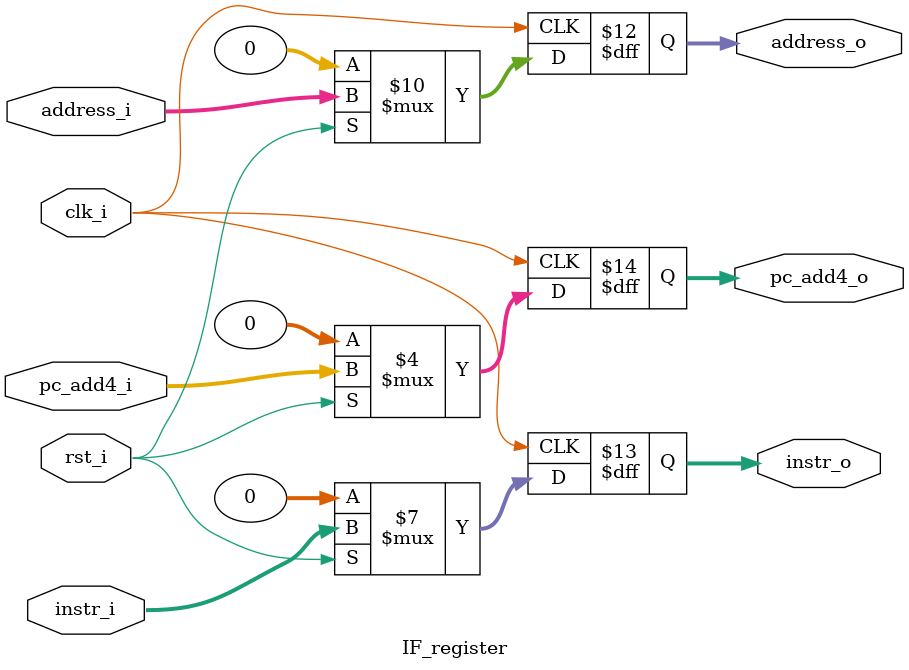
<source format=v>
/***************************************************
Student Name: Lin Jun-Xian, Liu Yu-Ren
Student ID: 0711540, 0712511
***************************************************/
module IF_register (clk_i, rst_i,address_i, instr_i,pc_add4_i, address_o, instr_o,pc_add4_o);

	input clk_i ;
	input rst_i;
	input [31:0] address_i;
	input [31:0] instr_i;
	input [31:0] pc_add4_i;
	output reg [31:0] address_o;
	output reg [31:0] instr_o;
	output reg [31:0] pc_add4_o;

always @(posedge clk_i) begin
	if(~rst_i) begin
		address_o <= 0;
		instr_o <= 0;
		pc_add4_o <= 0;
	end	
	else begin
		address_o <= address_i;
		instr_o <= instr_i;
		pc_add4_o <= pc_add4_i;
	end
end

endmodule

</source>
